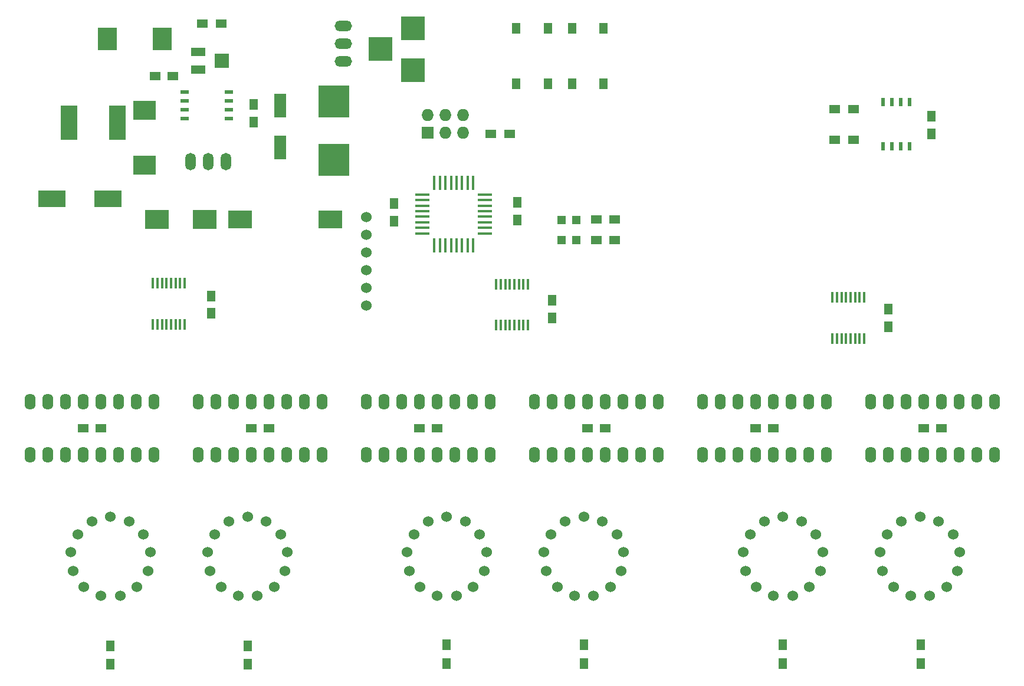
<source format=gts>
G04 #@! TF.FileFunction,Soldermask,Top*
%FSLAX46Y46*%
G04 Gerber Fmt 4.6, Leading zero omitted, Abs format (unit mm)*
G04 Created by KiCad (PCBNEW (2015-06-14 BZR 5747, Git dc9ebf3)-product) date 8/2/2015 5:58:45 PM*
%MOMM*%
G01*
G04 APERTURE LIST*
%ADD10C,0.100000*%
%ADD11R,1.250000X1.500000*%
%ADD12R,1.500000X1.250000*%
%ADD13R,1.198880X1.198880*%
%ADD14R,0.508000X1.143000*%
%ADD15R,1.143000X0.508000*%
%ADD16O,1.600000X2.300000*%
%ADD17R,0.450000X1.500000*%
%ADD18R,1.500000X1.300000*%
%ADD19R,1.300000X1.500000*%
%ADD20C,1.524000*%
%ADD21R,3.500120X3.500120*%
%ADD22R,1.727200X1.727200*%
%ADD23O,1.727200X1.727200*%
%ADD24R,3.200000X2.700000*%
%ADD25R,2.700000X3.200000*%
%ADD26R,0.370000X2.000000*%
%ADD27R,2.000000X0.370000*%
%ADD28R,1.800860X3.500120*%
%ADD29R,4.399280X4.549140*%
%ADD30R,4.000500X2.400300*%
%ADD31R,3.500120X2.700020*%
%ADD32R,3.500000X2.600000*%
%ADD33R,3.500000X2.500000*%
%ADD34O,1.501140X2.499360*%
%ADD35R,2.100000X2.000000*%
%ADD36R,2.100000X1.300000*%
%ADD37R,1.300000X1.550000*%
%ADD38O,2.499360X1.501140*%
%ADD39R,2.400000X5.000000*%
G04 APERTURE END LIST*
D10*
D11*
X80962500Y-74251500D03*
X80962500Y-76751500D03*
X118872000Y-88348500D03*
X118872000Y-90848500D03*
X101155500Y-88475500D03*
X101155500Y-90975500D03*
D12*
X66885500Y-70167500D03*
X69385500Y-70167500D03*
X155555000Y-120777000D03*
X153055000Y-120777000D03*
X179685000Y-120777000D03*
X177185000Y-120777000D03*
D11*
X74930000Y-101747000D03*
X74930000Y-104247000D03*
X123825000Y-102382000D03*
X123825000Y-104882000D03*
X172085000Y-103652000D03*
X172085000Y-106152000D03*
D12*
X59035000Y-120777000D03*
X56535000Y-120777000D03*
X83165000Y-120777000D03*
X80665000Y-120777000D03*
X107295000Y-120777000D03*
X104795000Y-120777000D03*
X131425000Y-120777000D03*
X128925000Y-120777000D03*
D13*
X125188980Y-93726000D03*
X127287020Y-93726000D03*
X125188980Y-90868500D03*
X127287020Y-90868500D03*
D14*
X171323000Y-73914000D03*
X172593000Y-73914000D03*
X173863000Y-73914000D03*
X175133000Y-73914000D03*
X175133000Y-80264000D03*
X173863000Y-80264000D03*
X172593000Y-80264000D03*
X171323000Y-80264000D03*
D15*
X71056500Y-76263500D03*
X71056500Y-74993500D03*
X71056500Y-73723500D03*
X71056500Y-72453500D03*
X77406500Y-72453500D03*
X77406500Y-73723500D03*
X77406500Y-74993500D03*
X77406500Y-76263500D03*
D16*
X163195000Y-116967000D03*
X160655000Y-116967000D03*
X158115000Y-116967000D03*
X155575000Y-116967000D03*
X153035000Y-116967000D03*
X150495000Y-116967000D03*
X147955000Y-116967000D03*
X145415000Y-116967000D03*
X145415000Y-124587000D03*
X147955000Y-124587000D03*
X150495000Y-124587000D03*
X153035000Y-124587000D03*
X155575000Y-124587000D03*
X158115000Y-124587000D03*
X160655000Y-124587000D03*
X163195000Y-124587000D03*
X187325000Y-116967000D03*
X184785000Y-116967000D03*
X182245000Y-116967000D03*
X179705000Y-116967000D03*
X177165000Y-116967000D03*
X174625000Y-116967000D03*
X172085000Y-116967000D03*
X169545000Y-116967000D03*
X169545000Y-124587000D03*
X172085000Y-124587000D03*
X174625000Y-124587000D03*
X177165000Y-124587000D03*
X179705000Y-124587000D03*
X182245000Y-124587000D03*
X184785000Y-124587000D03*
X187325000Y-124587000D03*
D17*
X66559000Y-105820000D03*
X67209000Y-105820000D03*
X67859000Y-105820000D03*
X68509000Y-105820000D03*
X69159000Y-105820000D03*
X69809000Y-105820000D03*
X70459000Y-105820000D03*
X71109000Y-105820000D03*
X71109000Y-99920000D03*
X70459000Y-99920000D03*
X69809000Y-99920000D03*
X69159000Y-99920000D03*
X68509000Y-99920000D03*
X67859000Y-99920000D03*
X67209000Y-99920000D03*
X66559000Y-99920000D03*
X115835000Y-105947000D03*
X116485000Y-105947000D03*
X117135000Y-105947000D03*
X117785000Y-105947000D03*
X118435000Y-105947000D03*
X119085000Y-105947000D03*
X119735000Y-105947000D03*
X120385000Y-105947000D03*
X120385000Y-100047000D03*
X119735000Y-100047000D03*
X119085000Y-100047000D03*
X118435000Y-100047000D03*
X117785000Y-100047000D03*
X117135000Y-100047000D03*
X116485000Y-100047000D03*
X115835000Y-100047000D03*
X164095000Y-107852000D03*
X164745000Y-107852000D03*
X165395000Y-107852000D03*
X166045000Y-107852000D03*
X166695000Y-107852000D03*
X167345000Y-107852000D03*
X167995000Y-107852000D03*
X168645000Y-107852000D03*
X168645000Y-101952000D03*
X167995000Y-101952000D03*
X167345000Y-101952000D03*
X166695000Y-101952000D03*
X166045000Y-101952000D03*
X165395000Y-101952000D03*
X164745000Y-101952000D03*
X164095000Y-101952000D03*
D16*
X66675000Y-116967000D03*
X64135000Y-116967000D03*
X61595000Y-116967000D03*
X59055000Y-116967000D03*
X56515000Y-116967000D03*
X53975000Y-116967000D03*
X51435000Y-116967000D03*
X48895000Y-116967000D03*
X48895000Y-124587000D03*
X51435000Y-124587000D03*
X53975000Y-124587000D03*
X56515000Y-124587000D03*
X59055000Y-124587000D03*
X61595000Y-124587000D03*
X64135000Y-124587000D03*
X66675000Y-124587000D03*
X90805000Y-116967000D03*
X88265000Y-116967000D03*
X85725000Y-116967000D03*
X83185000Y-116967000D03*
X80645000Y-116967000D03*
X78105000Y-116967000D03*
X75565000Y-116967000D03*
X73025000Y-116967000D03*
X73025000Y-124587000D03*
X75565000Y-124587000D03*
X78105000Y-124587000D03*
X80645000Y-124587000D03*
X83185000Y-124587000D03*
X85725000Y-124587000D03*
X88265000Y-124587000D03*
X90805000Y-124587000D03*
X114935000Y-116967000D03*
X112395000Y-116967000D03*
X109855000Y-116967000D03*
X107315000Y-116967000D03*
X104775000Y-116967000D03*
X102235000Y-116967000D03*
X99695000Y-116967000D03*
X97155000Y-116967000D03*
X97155000Y-124587000D03*
X99695000Y-124587000D03*
X102235000Y-124587000D03*
X104775000Y-124587000D03*
X107315000Y-124587000D03*
X109855000Y-124587000D03*
X112395000Y-124587000D03*
X114935000Y-124587000D03*
X139065000Y-116967000D03*
X136525000Y-116967000D03*
X133985000Y-116967000D03*
X131445000Y-116967000D03*
X128905000Y-116967000D03*
X126365000Y-116967000D03*
X123825000Y-116967000D03*
X121285000Y-116967000D03*
X121285000Y-124587000D03*
X123825000Y-124587000D03*
X126365000Y-124587000D03*
X128905000Y-124587000D03*
X131445000Y-124587000D03*
X133985000Y-124587000D03*
X136525000Y-124587000D03*
X139065000Y-124587000D03*
D18*
X167085000Y-74930000D03*
X164385000Y-74930000D03*
X167085000Y-79375000D03*
X164385000Y-79375000D03*
X130158500Y-93726000D03*
X132858500Y-93726000D03*
X130158500Y-90805000D03*
X132858500Y-90805000D03*
D19*
X156972000Y-151812000D03*
X156972000Y-154512000D03*
X176784000Y-151812000D03*
X176784000Y-154512000D03*
X60452000Y-151939000D03*
X60452000Y-154639000D03*
X80137000Y-151939000D03*
X80137000Y-154639000D03*
X108712000Y-151812000D03*
X108712000Y-154512000D03*
X128397000Y-151812000D03*
X128397000Y-154512000D03*
D20*
X60460000Y-133457000D03*
X57790000Y-134117000D03*
X55730000Y-135937000D03*
X54750000Y-138517000D03*
X55080000Y-141247000D03*
X56650000Y-143507000D03*
X59080000Y-144787000D03*
X61840000Y-144787000D03*
X64270000Y-143507000D03*
X65840000Y-141247000D03*
X66170000Y-138517000D03*
X65190000Y-135937000D03*
X63130000Y-134117000D03*
X80145000Y-133457000D03*
X77475000Y-134117000D03*
X75415000Y-135937000D03*
X74435000Y-138517000D03*
X74765000Y-141247000D03*
X76335000Y-143507000D03*
X78765000Y-144787000D03*
X81525000Y-144787000D03*
X83955000Y-143507000D03*
X85525000Y-141247000D03*
X85855000Y-138517000D03*
X84875000Y-135937000D03*
X82815000Y-134117000D03*
X108720000Y-133457000D03*
X106050000Y-134117000D03*
X103990000Y-135937000D03*
X103010000Y-138517000D03*
X103340000Y-141247000D03*
X104910000Y-143507000D03*
X107340000Y-144787000D03*
X110100000Y-144787000D03*
X112530000Y-143507000D03*
X114100000Y-141247000D03*
X114430000Y-138517000D03*
X113450000Y-135937000D03*
X111390000Y-134117000D03*
X128405000Y-133457000D03*
X125735000Y-134117000D03*
X123675000Y-135937000D03*
X122695000Y-138517000D03*
X123025000Y-141247000D03*
X124595000Y-143507000D03*
X127025000Y-144787000D03*
X129785000Y-144787000D03*
X132215000Y-143507000D03*
X133785000Y-141247000D03*
X134115000Y-138517000D03*
X133135000Y-135937000D03*
X131075000Y-134117000D03*
X156980000Y-133457000D03*
X154310000Y-134117000D03*
X152250000Y-135937000D03*
X151270000Y-138517000D03*
X151600000Y-141247000D03*
X153170000Y-143507000D03*
X155600000Y-144787000D03*
X158360000Y-144787000D03*
X160790000Y-143507000D03*
X162360000Y-141247000D03*
X162690000Y-138517000D03*
X161710000Y-135937000D03*
X159650000Y-134117000D03*
X176665000Y-133457000D03*
X173995000Y-134117000D03*
X171935000Y-135937000D03*
X170955000Y-138517000D03*
X171285000Y-141247000D03*
X172855000Y-143507000D03*
X175285000Y-144787000D03*
X178045000Y-144787000D03*
X180475000Y-143507000D03*
X182045000Y-141247000D03*
X182375000Y-138517000D03*
X181395000Y-135937000D03*
X179335000Y-134117000D03*
D21*
X103886000Y-69319140D03*
X103886000Y-63319660D03*
X99187000Y-66319400D03*
D22*
X105981500Y-78295500D03*
D23*
X105981500Y-75755500D03*
X108521500Y-78295500D03*
X108521500Y-75755500D03*
X111061500Y-78295500D03*
X111061500Y-75755500D03*
D24*
X65341500Y-75107500D03*
X65341500Y-83007500D03*
D25*
X67894500Y-64833500D03*
X59994500Y-64833500D03*
D18*
X76343500Y-62674500D03*
X73643500Y-62674500D03*
D20*
X97174000Y-103124000D03*
X97174000Y-100584000D03*
X97174000Y-98044000D03*
X97174000Y-95504000D03*
X97174000Y-92964000D03*
X97174000Y-90424000D03*
D11*
X178308000Y-75966000D03*
X178308000Y-78466000D03*
D26*
X112528000Y-94479500D03*
X111728000Y-94479500D03*
X110928000Y-94479500D03*
X110128000Y-94479500D03*
X109328000Y-94479500D03*
X108528000Y-94479500D03*
X107728000Y-94479500D03*
X106928000Y-94479500D03*
D27*
X105228000Y-92779500D03*
X105228000Y-91979500D03*
X105228000Y-91179500D03*
X105228000Y-90379500D03*
X105228000Y-89579500D03*
X105228000Y-88779500D03*
X105228000Y-87979500D03*
X105228000Y-87179500D03*
D26*
X106928000Y-85479500D03*
X107728000Y-85479500D03*
X108528000Y-85479500D03*
X109328000Y-85479500D03*
X110128000Y-85479500D03*
X110928000Y-85479500D03*
X111728000Y-85479500D03*
X112528000Y-85479500D03*
D27*
X114228000Y-87179500D03*
X114228000Y-87979500D03*
X114228000Y-88779500D03*
X114228000Y-89579500D03*
X114228000Y-92779500D03*
X114228000Y-91979500D03*
X114228000Y-91179500D03*
X114228000Y-90379500D03*
D28*
X84772500Y-74406760D03*
X84772500Y-80406240D03*
D29*
X92519500Y-73865740D03*
X92519500Y-82217260D03*
D30*
X52070000Y-87820500D03*
X60071000Y-87820500D03*
D31*
X67147440Y-90741500D03*
X73949560Y-90741500D03*
D32*
X79034500Y-90741500D03*
D33*
X92034500Y-90741500D03*
D34*
X74485500Y-82486500D03*
X77025500Y-82486500D03*
X71945500Y-82486500D03*
D18*
X117745500Y-78486000D03*
X115045500Y-78486000D03*
D35*
X76439500Y-68008500D03*
D36*
X73039500Y-69258500D03*
X73039500Y-66758500D03*
D37*
X118717500Y-63335000D03*
X123217500Y-63335000D03*
X123217500Y-71285000D03*
X118717500Y-71285000D03*
X126718500Y-63335000D03*
X131218500Y-63335000D03*
X131218500Y-71285000D03*
X126718500Y-71285000D03*
D38*
X93853000Y-65532000D03*
X93853000Y-68072000D03*
X93853000Y-62992000D03*
D39*
X61475500Y-76898500D03*
X54475500Y-76898500D03*
M02*

</source>
